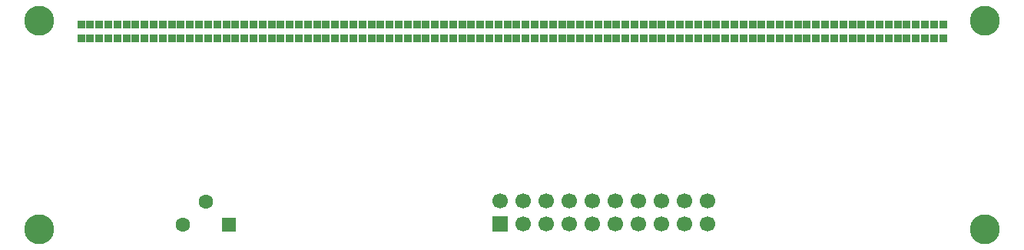
<source format=gbs>
%FSLAX43Y43*%
%MOMM*%
G71*
G01*
G75*
G04 Layer_Color=16711935*
%ADD10R,0.800X0.800*%
%ADD11R,1.500X1.400*%
%ADD12R,0.800X0.800*%
%ADD13R,2.500X0.700*%
%ADD14R,1.100X1.100*%
%ADD15R,1.400X1.500*%
%ADD16R,2.000X0.350*%
%ADD17C,0.400*%
%ADD18C,0.200*%
%ADD19C,1.500*%
%ADD20R,1.500X1.500*%
%ADD21C,1.600*%
%ADD22R,1.600X1.600*%
%ADD23C,3.200*%
%ADD24C,0.800*%
%ADD25C,0.250*%
%ADD26C,0.600*%
%ADD27C,0.100*%
%ADD28R,0.900X0.900*%
%ADD29R,1.600X1.500*%
%ADD30R,0.900X0.900*%
%ADD31R,2.600X0.800*%
%ADD32R,1.200X1.200*%
%ADD33R,1.500X1.600*%
%ADD34R,2.100X0.450*%
%ADD35C,1.700*%
%ADD36R,1.700X1.700*%
%ADD37C,3.300*%
D21*
X69295Y54025D02*
D03*
X71835Y56565D02*
D03*
D22*
X74375Y54025D02*
D03*
D30*
X153100Y74550D02*
D03*
Y76050D02*
D03*
X152100Y74550D02*
D03*
Y76050D02*
D03*
X151100Y74550D02*
D03*
Y76050D02*
D03*
X150100Y74550D02*
D03*
Y76050D02*
D03*
X148100Y74550D02*
D03*
Y76050D02*
D03*
X149100Y74550D02*
D03*
Y76050D02*
D03*
X147100Y74550D02*
D03*
Y76050D02*
D03*
X145100Y74550D02*
D03*
Y76050D02*
D03*
X146100Y74550D02*
D03*
Y76050D02*
D03*
X144100Y74550D02*
D03*
Y76050D02*
D03*
X143100Y74550D02*
D03*
Y76050D02*
D03*
X142100Y74550D02*
D03*
Y76050D02*
D03*
X140100Y74550D02*
D03*
Y76050D02*
D03*
X141100Y74550D02*
D03*
Y76050D02*
D03*
X139100Y74550D02*
D03*
Y76050D02*
D03*
X138100Y74550D02*
D03*
Y76050D02*
D03*
X137100Y74550D02*
D03*
Y76050D02*
D03*
X136100Y74550D02*
D03*
Y76050D02*
D03*
X135100Y74550D02*
D03*
Y76050D02*
D03*
X134100Y74550D02*
D03*
Y76050D02*
D03*
X132100Y74550D02*
D03*
Y76050D02*
D03*
X133100Y74550D02*
D03*
Y76050D02*
D03*
X129100Y74550D02*
D03*
Y76050D02*
D03*
X131100Y74550D02*
D03*
Y76050D02*
D03*
X130100Y74550D02*
D03*
Y76050D02*
D03*
X128100Y74550D02*
D03*
Y76050D02*
D03*
X127100Y74550D02*
D03*
Y76050D02*
D03*
X126100Y74550D02*
D03*
Y76050D02*
D03*
X124100Y74550D02*
D03*
Y76050D02*
D03*
X125100Y74550D02*
D03*
Y76050D02*
D03*
X123100Y74550D02*
D03*
Y76050D02*
D03*
X122100Y74550D02*
D03*
Y76050D02*
D03*
X121100Y74550D02*
D03*
Y76050D02*
D03*
X120100Y74550D02*
D03*
Y76050D02*
D03*
X119100Y74550D02*
D03*
Y76050D02*
D03*
X118100Y74550D02*
D03*
Y76050D02*
D03*
X116100Y74550D02*
D03*
Y76050D02*
D03*
X117100Y74550D02*
D03*
Y76050D02*
D03*
X115100Y74550D02*
D03*
Y76050D02*
D03*
X113100Y74550D02*
D03*
Y76050D02*
D03*
X114100Y74550D02*
D03*
Y76050D02*
D03*
X112100Y74550D02*
D03*
Y76050D02*
D03*
X111100Y74550D02*
D03*
Y76050D02*
D03*
X110100Y74550D02*
D03*
Y76050D02*
D03*
X108100Y74550D02*
D03*
Y76050D02*
D03*
X109100Y74550D02*
D03*
Y76050D02*
D03*
X107100Y74550D02*
D03*
Y76050D02*
D03*
X106100Y74550D02*
D03*
Y76050D02*
D03*
X105100Y74550D02*
D03*
Y76050D02*
D03*
X104100Y74550D02*
D03*
Y76050D02*
D03*
X103100Y74550D02*
D03*
Y76050D02*
D03*
X102100Y74550D02*
D03*
Y76050D02*
D03*
X100100Y74550D02*
D03*
Y76050D02*
D03*
X101100Y74550D02*
D03*
Y76050D02*
D03*
X99100Y74550D02*
D03*
Y76050D02*
D03*
X98100Y74550D02*
D03*
Y76050D02*
D03*
X97100Y74550D02*
D03*
Y76050D02*
D03*
X96100Y74550D02*
D03*
Y76050D02*
D03*
X95100Y74550D02*
D03*
Y76050D02*
D03*
X94100Y74550D02*
D03*
Y76050D02*
D03*
X93100Y74550D02*
D03*
Y76050D02*
D03*
X91100Y74550D02*
D03*
Y76050D02*
D03*
X92100Y74550D02*
D03*
Y76050D02*
D03*
X90100Y74550D02*
D03*
Y76050D02*
D03*
X89100Y74550D02*
D03*
Y76050D02*
D03*
X88100Y74550D02*
D03*
Y76050D02*
D03*
X87100Y74550D02*
D03*
Y76050D02*
D03*
X86100Y74550D02*
D03*
Y76050D02*
D03*
X83100Y74550D02*
D03*
Y76050D02*
D03*
X85100Y74550D02*
D03*
Y76050D02*
D03*
X84100Y74550D02*
D03*
Y76050D02*
D03*
X82100Y74550D02*
D03*
Y76050D02*
D03*
X81100Y74550D02*
D03*
Y76050D02*
D03*
X80100Y74550D02*
D03*
Y76050D02*
D03*
X79100Y74550D02*
D03*
Y76050D02*
D03*
X78100Y74550D02*
D03*
Y76050D02*
D03*
X77100Y74550D02*
D03*
Y76050D02*
D03*
X75100Y74550D02*
D03*
Y76050D02*
D03*
X76100Y74550D02*
D03*
Y76050D02*
D03*
X74100Y74550D02*
D03*
Y76050D02*
D03*
X73100Y74550D02*
D03*
Y76050D02*
D03*
X72100Y74550D02*
D03*
Y76050D02*
D03*
X71100Y74550D02*
D03*
Y76050D02*
D03*
X70100Y74550D02*
D03*
Y76050D02*
D03*
X69100Y74550D02*
D03*
Y76050D02*
D03*
X68100Y74550D02*
D03*
Y76050D02*
D03*
X67100Y74550D02*
D03*
Y76050D02*
D03*
X66100Y74550D02*
D03*
Y76050D02*
D03*
X65100Y74550D02*
D03*
Y76050D02*
D03*
X64100Y74550D02*
D03*
Y76050D02*
D03*
X63100Y74550D02*
D03*
Y76050D02*
D03*
X62100Y74550D02*
D03*
Y76050D02*
D03*
X61100Y74550D02*
D03*
Y76050D02*
D03*
X60100Y74550D02*
D03*
Y76050D02*
D03*
X59100Y74550D02*
D03*
Y76050D02*
D03*
X58100Y74550D02*
D03*
Y76050D02*
D03*
D35*
X122050Y54030D02*
D03*
X119510D02*
D03*
X116970D02*
D03*
X122050Y56570D02*
D03*
X119510D02*
D03*
X116970D02*
D03*
X124590D02*
D03*
X124560Y54030D02*
D03*
X127130D02*
D03*
Y56570D02*
D03*
X114430D02*
D03*
Y54030D02*
D03*
X111860D02*
D03*
X111890Y56570D02*
D03*
X104270D02*
D03*
X106810D02*
D03*
X109350D02*
D03*
X106810Y54030D02*
D03*
X109350D02*
D03*
D36*
X104270D02*
D03*
D37*
X53500Y53500D02*
D03*
Y76500D02*
D03*
X157700Y53500D02*
D03*
Y76500D02*
D03*
M02*

</source>
